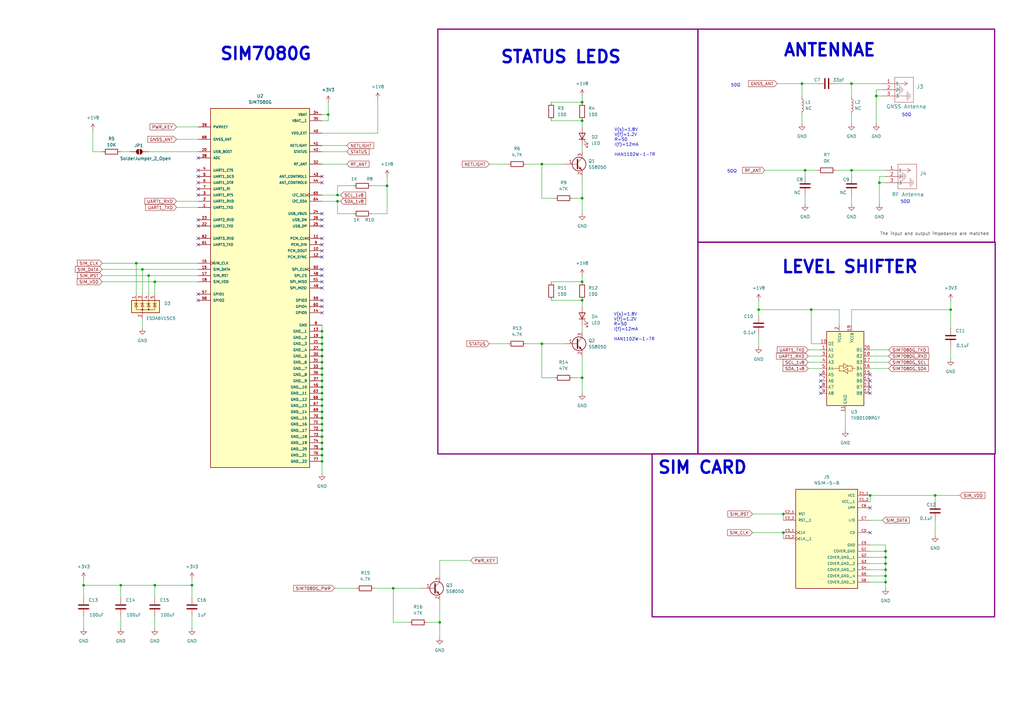
<source format=kicad_sch>
(kicad_sch (version 20231120) (generator "eeschema") (generator_version "8.0")
  (paper "A3")
  (title_block (title "IoT Gateway") (date "2024-10-15") (rev "v0.1.0") (company "Abstract Machines") (comment 1 "Designed By: Rodney Osodo") (comment 2 "Approved By:"))
  (lib_symbols
    (symbol "2024-10-22_09-22-32:CONUFL001-SMD-T" (pin_names (offset 0.254))
      (property "Reference" "J" (at 8.89 6.35 0))
      (property "Value" "CONUFL001-SMD-T" (at 0 0 0))
      (symbol "CONUFL001-SMD-T_1_1"
        (pin unspecified line (at 0 0 0) (length 5.08) (name "1") (number "1"))
        (pin unspecified line (at 0 -2.54 0) (length 5.08) (name "2") (number "2"))
        (pin unspecified line (at 0 -5.08 0) (length 5.08) (name "3") (number "3"))
      )
      (symbol "CONUFL001-SMD-T_1_2"
        (pin unspecified line (at 0 0 0) (length 5.08) (name "1") (number "1"))
        (pin unspecified line (at 0 -2.54 0) (length 5.08) (name "2") (number "2"))
        (pin unspecified line (at 0 -5.08 0) (length 5.08) (name "3") (number "3"))
      )
    )
    (symbol "Device:C" (pin_numbers hide) (pin_names (offset 0.254))
      (property "Reference" "C" (at 0.635 2.54 0))
      (property "Value" "C" (at 0.635 -2.54 0))
      (symbol "C_1_1"
        (pin passive line (at 0 3.81 270) (length 2.794) (name "~") (number "1"))
        (pin passive line (at 0 -3.81 90) (length 2.794) (name "~") (number "2"))
      )
    )
    (symbol "Device:L" (pin_numbers hide) (pin_names (offset 1.016) hide)
      (property "Reference" "L" (at -1.27 0 90))
      (property "Value" "L" (at 1.905 0 90))
      (symbol "L_1_1"
        (pin passive line (at 0 3.81 270) (length 1.27) (name "1") (number "1"))
        (pin passive line (at 0 -3.81 90) (length 1.27) (name "2") (number "2"))
      )
    )
    (symbol "Device:LED" (pin_numbers hide) (pin_names (offset 1.016) hide)
      (property "Reference" "D" (at 0 2.54 0))
      (property "Value" "LED" (at 0 -2.54 0))
      (symbol "LED_1_1"
        (pin passive line (at -3.81 0 0) (length 2.54) (name "K") (number "1"))
        (pin passive line (at 3.81 0 180) (length 2.54) (name "A") (number "2"))
      )
    )
    (symbol "Device:R" (pin_numbers hide) (pin_names (offset 0))
      (property "Reference" "R" (at 2.032 0 90))
      (property "Value" "R" (at 0 0 90))
      (symbol "R_1_1"
        (pin passive line (at 0 3.81 270) (length 1.27) (name "~") (number "1"))
        (pin passive line (at 0 -3.81 90) (length 1.27) (name "~") (number "2"))
      )
    )
    (symbol "Jumper:SolderJumper_2_Open" (pin_numbers hide) (pin_names (offset 0) hide) (exclude_from_sim yes) (in_bom no)
      (property "Reference" "JP" (at 0 2.032 0))
      (property "Value" "SolderJumper_2_Open" (at 0 -2.54 0))
      (symbol "SolderJumper_2_Open_1_1"
        (pin passive line (at -3.81 0 0) (length 2.54) (name "A") (number "1"))
        (pin passive line (at 3.81 0 180) (length 2.54) (name "B") (number "2"))
      )
    )
    (symbol "Logic_LevelTranslator:TXB0108RGY"
      (property "Reference" "U" (at -6.35 16.51 0))
      (property "Value" "TXB0108RGY" (at 3.81 16.51 0))
      (symbol "TXB0108RGY_1_1"
        (pin bidirectional line (at -10.16 7.62 0) (length 2.54) (name "A1") (number "1"))
        (pin input line (at -10.16 10.16 0) (length 2.54) (name "OE") (number "10"))
        (pin power_in line (at 0 -17.78 90) (length 2.54) (name "GND") (number "11"))
        (pin bidirectional line (at 10.16 -10.16 180) (length 2.54) (name "B8") (number "12"))
        (pin bidirectional line (at 10.16 -7.62 180) (length 2.54) (name "B7") (number "13"))
        (pin bidirectional line (at 10.16 -5.08 180) (length 2.54) (name "B6") (number "14"))
        (pin bidirectional line (at 10.16 -2.54 180) (length 2.54) (name "B5") (number "15"))
        (pin bidirectional line (at 10.16 0 180) (length 2.54) (name "B4") (number "16"))
        (pin bidirectional line (at 10.16 2.54 180) (length 2.54) (name "B3") (number "17"))
        (pin bidirectional line (at 10.16 5.08 180) (length 2.54) (name "B2") (number "18"))
        (pin power_in line (at 2.54 17.78 270) (length 2.54) (name "V_{CCB}") (number "19"))
        (pin power_in line (at -2.54 17.78 270) (length 2.54) (name "V_{CCA}") (number "2"))
        (pin bidirectional line (at 10.16 7.62 180) (length 2.54) (name "B1") (number "20"))
        (pin passive line (at 0 -17.78 90) (length 2.54) hide (name "GND") (number "21"))
        (pin bidirectional line (at -10.16 5.08 0) (length 2.54) (name "A2") (number "3"))
        (pin bidirectional line (at -10.16 2.54 0) (length 2.54) (name "A3") (number "4"))
        (pin bidirectional line (at -10.16 0 0) (length 2.54) (name "A4") (number "5"))
        (pin bidirectional line (at -10.16 -2.54 0) (length 2.54) (name "A5") (number "6"))
        (pin bidirectional line (at -10.16 -5.08 0) (length 2.54) (name "A6") (number "7"))
        (pin bidirectional line (at -10.16 -7.62 0) (length 2.54) (name "A7") (number "8"))
        (pin bidirectional line (at -10.16 -10.16 0) (length 2.54) (name "A8") (number "9"))
      )
    )
    (symbol "NSIM-5-B:NSIM-5-B" (pin_names (offset 1.016))
      (property "Reference" "J" (at -12.7 13.462 0))
      (property "Value" "NSIM-5-B" (at -12.7 -30.48 0))
      (symbol "NSIM-5-B_0_0"
        (pin power_in line (at 17.78 10.16 180) (length 5.08) (name "VCC") (number "C1_1"))
        (pin power_in line (at 17.78 7.62 180) (length 5.08) (name "VCC__1") (number "C1_2"))
        (pin input line (at -17.78 2.54 0) (length 5.08) (name "RST") (number "C2_1"))
        (pin input line (at -17.78 0 0) (length 5.08) (name "RST__1") (number "C2_2"))
        (pin input clock (at -17.78 -5.08 0) (length 5.08) (name "CLK") (number "C3_1"))
        (pin input clock (at -17.78 -7.62 0) (length 5.08) (name "CLK__1") (number "C3_2"))
        (pin power_in line (at 17.78 -10.16 180) (length 5.08) (name "GND") (number "C5"))
        (pin power_in line (at 17.78 5.08 180) (length 5.08) (name "VPP") (number "C6"))
        (pin bidirectional line (at 17.78 0 180) (length 5.08) (name "I/O") (number "C7"))
        (pin passive line (at 17.78 -5.08 180) (length 5.08) (name "CD") (number "CD"))
        (pin power_in line (at 17.78 -12.7 180) (length 5.08) (name "COVER_GND") (number "G1"))
        (pin power_in line (at 17.78 -15.24 180) (length 5.08) (name "COVER_GND__1") (number "G2"))
        (pin power_in line (at 17.78 -17.78 180) (length 5.08) (name "COVER_GND__2") (number "G3"))
        (pin power_in line (at 17.78 -20.32 180) (length 5.08) (name "COVER_GND__3") (number "G4"))
        (pin power_in line (at 17.78 -22.86 180) (length 5.08) (name "COVER_GND__4") (number "G5"))
        (pin power_in line (at 17.78 -25.4 180) (length 5.08) (name "COVER_GND__5") (number "G6"))
      )
    )
    (symbol "Power_Protection:ESDA6V1SC5" (pin_names hide)
      (property "Reference" "D" (at 7.62 2.54 0))
      (property "Value" "ESDA6V1SC5" (at 7.62 0.635 0))
      (symbol "ESDA6V1SC5_0_0"
        (pin passive line (at 0 -5.08 90) (length 2.54) (name "A") (number "2"))
      )
      (symbol "ESDA6V1SC5_1_1"
        (pin passive line (at -2.54 5.08 270) (length 2.54) (name "K") (number "1"))
        (pin passive line (at 0 5.08 270) (length 2.54) (name "K") (number "3"))
        (pin passive line (at 2.54 5.08 270) (length 2.54) (name "K") (number "4"))
        (pin passive line (at 5.08 5.08 270) (length 2.54) (name "K") (number "5"))
      )
    )
    (symbol "SIM7080G:SIM7080G" (pin_names (offset 1.016))
      (property "Reference" "U" (at -20.066 44.196 0))
      (property "Value" "SIM7080G" (at -20.066 -105.156 0))
      (symbol "SIM7080G_0_0"
        (pin output line (at -25.4 2.54 0) (length 5.08) (name "UART1_TXD") (number "1"))
        (pin output line (at 25.4 -15.24 180) (length 5.08) (name "PCM_DOUT") (number "10"))
        (pin output clock (at 25.4 -10.16 180) (length 5.08) (name "PCM_CLK") (number "11"))
        (pin output line (at 25.4 -17.78 180) (length 5.08) (name "PCM_SYNC") (number "12"))
        (pin power_in line (at 25.4 -48.26 180) (length 5.08) (name "GND__1") (number "13"))
        (pin bidirectional line (at 25.4 -40.64 180) (length 5.08) (name "GPIO5") (number "14"))
        (pin bidirectional line (at -25.4 -22.86 0) (length 5.08) (name "SIM_DATA") (number "15"))
        (pin output clock (at -25.4 -20.32 0) (length 5.08) (name "SIM_CLK") (number "16"))
        (pin output line (at -25.4 -25.4 0) (length 5.08) (name "SIM_RST") (number "17"))
        (pin output line (at -25.4 -27.94 0) (length 5.08) (name "SIM_VDD") (number "18"))
        (pin power_in line (at 25.4 -50.8 180) (length 5.08) (name "GND__2") (number "19"))
        (pin input line (at -25.4 5.08 0) (length 5.08) (name "UART1_RXD") (number "2"))
        (pin input line (at -25.4 25.4 0) (length 5.08) (name "USB_BOOT") (number "20"))
        (pin power_in line (at 25.4 -53.34 180) (length 5.08) (name "GND__3") (number "21"))
        (pin output line (at -25.4 -5.08 0) (length 5.08) (name "UART2_TXD") (number "22"))
        (pin input line (at -25.4 -2.54 0) (length 5.08) (name "UART2_RXD") (number "23"))
        (pin input line (at 25.4 0 180) (length 5.08) (name "USB_VBUS") (number "24"))
        (pin bidirectional line (at 25.4 -5.08 180) (length 5.08) (name "USB_DP") (number "25"))
        (pin bidirectional line (at 25.4 -2.54 180) (length 5.08) (name "USB_DM") (number "26"))
        (pin power_in line (at 25.4 -55.88 180) (length 5.08) (name "GND__4") (number "27"))
        (pin input line (at -25.4 7.62 0) (length 5.08) (name "UART1_RTS") (number "3"))
        (pin power_in line (at 25.4 -58.42 180) (length 5.08) (name "GND__5") (number "30"))
        (pin power_in line (at 25.4 -60.96 180) (length 5.08) (name "GND__6") (number "31"))
        (pin bidirectional line (at 25.4 20.32 180) (length 5.08) (name "RF_ANT") (number "32"))
        (pin power_in line (at 25.4 -63.5 180) (length 5.08) (name "GND__7") (number "33"))
        (pin power_in line (at 25.4 40.64 180) (length 5.08) (name "VBAT") (number "34"))
        (pin power_in line (at 25.4 38.1 180) (length 5.08) (name "VBAT__1") (number "35"))
        (pin power_in line (at 25.4 -66.04 180) (length 5.08) (name "GND__8") (number "36"))
        (pin power_in line (at 25.4 -68.58 180) (length 5.08) (name "GND__9") (number "37"))
        (pin input line (at -25.4 22.86 0) (length 5.08) (name "ADC") (number "38"))
        (pin input line (at -25.4 35.56 0) (length 5.08) (name "PWRKEY") (number "39"))
        (pin output line (at -25.4 17.78 0) (length 5.08) (name "UART1_CTS") (number "4"))
        (pin output line (at 25.4 33.02 180) (length 5.08) (name "VDD_EXT") (number "40"))
        (pin output line (at 25.4 27.94 180) (length 5.08) (name "NETLIGHT") (number "41"))
        (pin output line (at 25.4 25.4 180) (length 5.08) (name "STATUS") (number "42"))
        (pin bidirectional line (at 25.4 15.24 180) (length 5.08) (name "ANT_CONTROL1") (number "43"))
        (pin output line (at 25.4 12.7 180) (length 5.08) (name "ANT_CONTROL0") (number "44"))
        (pin power_in line (at 25.4 -71.12 180) (length 5.08) (name "GND__10") (number "45"))
        (pin output line (at 25.4 -25.4 180) (length 5.08) (name "SPI_CS") (number "48"))
        (pin output line (at 25.4 -30.48 180) (length 5.08) (name "SPI_MOSI") (number "49"))
        (pin output line (at -25.4 15.24 0) (length 5.08) (name "UART1_DCD") (number "5"))
        (pin output clock (at 25.4 -22.86 180) (length 5.08) (name "SPI_CLK") (number "50"))
        (pin input line (at 25.4 -27.94 180) (length 5.08) (name "SPI_MISO") (number "51"))
        (pin bidirectional line (at -25.4 -33.02 0) (length 5.08) (name "GPIO1") (number "57"))
        (pin bidirectional line (at -25.4 -35.56 0) (length 5.08) (name "GPIO2") (number "58"))
        (pin bidirectional line (at 25.4 -35.56 180) (length 5.08) (name "GPIO3") (number "59"))
        (pin input line (at -25.4 12.7 0) (length 5.08) (name "UART1_DTR") (number "6"))
        (pin bidirectional line (at 25.4 -38.1 180) (length 5.08) (name "GPIO4") (number "60"))
        (pin output line (at -25.4 -12.7 0) (length 5.08) (name "UART3_TXD") (number "61"))
        (pin input line (at -25.4 -10.16 0) (length 5.08) (name "UART3_RXD") (number "62"))
        (pin power_in line (at 25.4 -73.66 180) (length 5.08) (name "GND__11") (number "63"))
        (pin bidirectional line (at 25.4 5.08 180) (length 5.08) (name "I2C_SDA") (number "64"))
        (pin output clock (at 25.4 7.62 180) (length 5.08) (name "I2C_SCL") (number "65"))
        (pin power_in line (at 25.4 -76.2 180) (length 5.08) (name "GND__12") (number "66"))
        (pin power_in line (at 25.4 -78.74 180) (length 5.08) (name "GND__13") (number "67"))
        (pin input line (at -25.4 30.48 0) (length 5.08) (name "GNSS_ANT") (number "68"))
        (pin power_in line (at 25.4 -81.28 180) (length 5.08) (name "GND__14") (number "69"))
        (pin output line (at -25.4 10.16 0) (length 5.08) (name "UART1_RI") (number "7"))
        (pin power_in line (at 25.4 -83.82 180) (length 5.08) (name "GND__15") (number "70"))
        (pin power_in line (at 25.4 -86.36 180) (length 5.08) (name "GND__16") (number "71"))
        (pin power_in line (at 25.4 -88.9 180) (length 5.08) (name "GND__17") (number "72"))
        (pin power_in line (at 25.4 -91.44 180) (length 5.08) (name "GND__18") (number "73"))
        (pin power_in line (at 25.4 -93.98 180) (length 5.08) (name "GND__19") (number "74"))
        (pin power_in line (at 25.4 -96.52 180) (length 5.08) (name "GND__20") (number "75"))
        (pin power_in line (at 25.4 -99.06 180) (length 5.08) (name "GND__21") (number "76"))
        (pin power_in line (at 25.4 -101.6 180) (length 5.08) (name "GND__22") (number "77"))
        (pin power_in line (at 25.4 -45.72 180) (length 5.08) (name "GND") (number "8"))
        (pin input line (at 25.4 -12.7 180) (length 5.08) (name "PCM_DIN") (number "9"))
      )
    )
    (symbol "Transistor_BJT:SS8050" (pin_names (offset 0) hide)
      (property "Reference" "Q" (at 5.08 1.905 0))
      (property "Value" "SS8050" (at 5.08 0 0))
      (symbol "SS8050_1_1"
        (pin input line (at -5.08 0 0) (length 5.715) (name "B") (number "1"))
        (pin passive line (at 2.54 -5.08 90) (length 2.54) (name "E") (number "2"))
        (pin passive line (at 2.54 5.08 270) (length 2.54) (name "C") (number "3"))
      )
    )
    (symbol "power:+1V8" (power) (pin_numbers hide) (pin_names (offset 0) hide)
      (property "Value" "+1V8" (at 0 3.556 0))
      (symbol "+1V8_1_1"
        (pin power_in line (at 0 0 90) (length 0) (name "~") (number "1"))
      )
    )
    (symbol "power:+3V3" (power) (pin_numbers hide) (pin_names (offset 0) hide)
      (property "Value" "+3V3" (at 0 3.556 0))
      (symbol "+3V3_1_1"
        (pin power_in line (at 0 0 90) (length 0) (name "~") (number "1"))
      )
    )
    (symbol "power:GND" (power) (pin_numbers hide) (pin_names (offset 0) hide)
      (property "Value" "GND" (at 0 -3.81 0))
      (symbol "GND_1_1"
        (pin power_in line (at 0 0 270) (length 0) (name "~") (number "1"))
      )
    )
  )
  (junction (at 359.41 39.37))
  (junction (at 60.96 113.03))
  (junction (at 132.08 140.97))
  (junction (at 158.75 76.2))
  (junction (at 363.22 231.14))
  (junction (at 389.89 127))
  (junction (at 132.08 186.69))
  (junction (at 132.08 151.13))
  (junction (at 222.25 140.97))
  (junction (at 238.76 115.57))
  (junction (at 78.74 240.03))
  (junction (at 132.08 189.23))
  (junction (at 180.34 255.27))
  (junction (at 63.5 115.57))
  (junction (at 132.08 168.91))
  (junction (at 138.43 80.01))
  (junction (at 360.68 74.93))
  (junction (at 49.53 240.03))
  (junction (at 132.08 173.99))
  (junction (at 132.08 158.75))
  (junction (at 363.22 233.68))
  (junction (at 349.25 34.29))
  (junction (at 330.2 69.85))
  (junction (at 363.22 238.76))
  (junction (at 134.62 46.99))
  (junction (at 132.08 148.59))
  (junction (at 383.54 203.2))
  (junction (at 132.08 156.21))
  (junction (at 363.22 236.22))
  (junction (at 63.5 240.03))
  (junction (at 132.08 181.61))
  (junction (at 132.08 171.45))
  (junction (at 132.08 163.83))
  (junction (at 238.76 49.53))
  (junction (at 363.22 226.06))
  (junction (at 238.76 81.28))
  (junction (at 222.25 67.31))
  (junction (at 363.22 228.6))
  (junction (at 332.74 127))
  (junction (at 321.31 210.82))
  (junction (at 328.93 34.29))
  (junction (at 132.08 184.15))
  (junction (at 321.31 218.44))
  (junction (at 238.76 41.91))
  (junction (at 138.43 82.55))
  (junction (at 132.08 166.37))
  (junction (at 132.08 143.51))
  (junction (at 238.76 123.19))
  (junction (at 132.08 146.05))
  (junction (at 356.87 203.2))
  (junction (at 349.25 69.85))
  (junction (at 132.08 176.53))
  (junction (at 161.29 241.3))
  (junction (at 132.08 153.67))
  (junction (at 55.88 107.95))
  (junction (at 132.08 161.29))
  (junction (at 238.76 154.94))
  (junction (at 132.08 179.07))
  (junction (at 132.08 138.43))
  (junction (at 132.08 135.89))
  (junction (at 58.42 110.49))
  (junction (at 311.15 127))
  (junction (at 34.29 240.03))
  (no_connect (at 336.55 158.75))
  (no_connect (at 356.87 156.21))
  (no_connect (at 81.28 92.71))
  (no_connect (at 81.28 80.01))
  (no_connect (at 132.08 125.73))
  (no_connect (at 132.08 118.11))
  (no_connect (at 356.87 208.28))
  (no_connect (at 132.08 115.57))
  (no_connect (at 336.55 153.67))
  (no_connect (at 356.87 161.29))
  (no_connect (at 81.28 77.47))
  (no_connect (at 132.08 105.41))
  (no_connect (at 132.08 97.79))
  (no_connect (at 81.28 69.85))
  (no_connect (at 81.28 97.79))
  (no_connect (at 356.87 218.44))
  (no_connect (at 132.08 90.17))
  (no_connect (at 81.28 123.19))
  (no_connect (at 81.28 74.93))
  (no_connect (at 132.08 113.03))
  (no_connect (at 81.28 64.77))
  (no_connect (at 81.28 72.39))
  (no_connect (at 132.08 87.63))
  (no_connect (at 356.87 153.67))
  (no_connect (at 132.08 100.33))
  (no_connect (at 132.08 128.27))
  (no_connect (at 132.08 102.87))
  (no_connect (at 356.87 158.75))
  (no_connect (at 132.08 72.39))
  (no_connect (at 336.55 161.29))
  (no_connect (at 132.08 123.19))
  (no_connect (at 81.28 90.17))
  (no_connect (at 81.28 120.65))
  (no_connect (at 336.55 156.21))
  (no_connect (at 132.08 110.49))
  (no_connect (at 132.08 74.93))
  (no_connect (at 132.08 92.71))
  (no_connect (at 81.28 100.33))
  (wire (pts (xy 363.22 231.14) (xy 363.22 233.68)))
  (wire (pts (xy 238.76 161.29) (xy 238.76 154.94)))
  (wire (pts (xy 331.47 151.13) (xy 336.55 151.13)))
  (wire (pts (xy 58.42 110.49) (xy 58.42 120.65)))
  (wire (pts (xy 132.08 163.83) (xy 132.08 166.37)))
  (wire (pts (xy 356.87 231.14) (xy 363.22 231.14)))
  (wire (pts (xy 389.89 127) (xy 389.89 134.62)))
  (wire (pts (xy 200.66 140.97) (xy 208.28 140.97)))
  (wire (pts (xy 332.74 127) (xy 344.17 127)))
  (wire (pts (xy 60.96 113.03) (xy 60.96 120.65)))
  (wire (pts (xy 63.5 115.57) (xy 81.28 115.57)))
  (wire (pts (xy 49.53 240.03) (xy 34.29 240.03)))
  (wire (pts (xy 63.5 240.03) (xy 63.5 245.11)))
  (wire (pts (xy 364.49 146.05) (xy 356.87 146.05)))
  (wire (pts (xy 142.24 67.31) (xy 132.08 67.31)))
  (wire (pts (xy 332.74 140.97) (xy 332.74 127)))
  (wire (pts (xy 138.43 80.01) (xy 132.08 80.01)))
  (wire (pts (xy 349.25 34.29) (xy 349.25 39.37)))
  (wire (pts (xy 72.39 85.09) (xy 81.28 85.09)))
  (wire (pts (xy 222.25 81.28) (xy 222.25 67.31)))
  (wire (pts (xy 132.08 166.37) (xy 132.08 168.91)))
  (wire (pts (xy 336.55 140.97) (xy 332.74 140.97)))
  (wire (pts (xy 153.67 241.3) (xy 161.29 241.3)))
  (wire (pts (xy 359.41 39.37) (xy 359.41 50.8)))
  (wire (pts (xy 132.08 179.07) (xy 132.08 181.61)))
  (wire (pts (xy 238.76 133.35) (xy 238.76 135.89)))
  (wire (pts (xy 63.5 257.81) (xy 63.5 252.73)))
  (wire (pts (xy 344.17 127) (xy 344.17 133.35)))
  (wire (pts (xy 167.64 255.27) (xy 161.29 255.27)))
  (wire (pts (xy 308.61 218.44) (xy 321.31 218.44)))
  (wire (pts (xy 132.08 189.23) (xy 132.08 194.31)))
  (wire (pts (xy 142.24 59.69) (xy 132.08 59.69)))
  (wire (pts (xy 349.25 127) (xy 389.89 127)))
  (wire (pts (xy 222.25 154.94) (xy 222.25 140.97)))
  (wire (pts (xy 158.75 87.63) (xy 158.75 76.2)))
  (wire (pts (xy 132.08 146.05) (xy 132.08 148.59)))
  (wire (pts (xy 330.2 80.01) (xy 330.2 83.82)))
  (wire (pts (xy 331.47 148.59) (xy 336.55 148.59)))
  (wire (pts (xy 356.87 223.52) (xy 363.22 223.52)))
  (wire (pts (xy 356.87 233.68) (xy 363.22 233.68)))
  (wire (pts (xy 331.47 143.51) (xy 336.55 143.51)))
  (wire (pts (xy 349.25 80.01) (xy 349.25 83.82)))
  (wire (pts (xy 55.88 107.95) (xy 55.88 120.65)))
  (wire (pts (xy 349.25 34.29) (xy 361.95 34.29)))
  (wire (pts (xy 346.71 168.91) (xy 346.71 176.53)))
  (wire (pts (xy 356.87 236.22) (xy 363.22 236.22)))
  (wire (pts (xy 152.4 87.63) (xy 158.75 87.63)))
  (wire (pts (xy 311.15 127) (xy 311.15 129.54)))
  (wire (pts (xy 137.16 241.3) (xy 146.05 241.3)))
  (wire (pts (xy 364.49 143.51) (xy 356.87 143.51)))
  (wire (pts (xy 363.22 72.39) (xy 360.68 72.39)))
  (wire (pts (xy 138.43 87.63) (xy 138.43 82.55)))
  (wire (pts (xy 356.87 238.76) (xy 363.22 238.76)))
  (wire (pts (xy 38.1 62.23) (xy 41.91 62.23)))
  (wire (pts (xy 58.42 130.81) (xy 58.42 134.62)))
  (wire (pts (xy 60.96 62.23) (xy 81.28 62.23)))
  (wire (pts (xy 132.08 176.53) (xy 132.08 179.07)))
  (wire (pts (xy 139.7 82.55) (xy 138.43 82.55)))
  (wire (pts (xy 349.25 69.85) (xy 363.22 69.85)))
  (wire (pts (xy 226.06 115.57) (xy 238.76 115.57)))
  (wire (pts (xy 349.25 46.99) (xy 349.25 50.8)))
  (wire (pts (xy 132.08 186.69) (xy 132.08 189.23)))
  (wire (pts (xy 49.53 240.03) (xy 49.53 245.11)))
  (wire (pts (xy 356.87 226.06) (xy 363.22 226.06)))
  (wire (pts (xy 361.95 213.36) (xy 356.87 213.36)))
  (wire (pts (xy 161.29 255.27) (xy 161.29 241.3)))
  (wire (pts (xy 226.06 41.91) (xy 238.76 41.91)))
  (wire (pts (xy 330.2 69.85) (xy 335.28 69.85)))
  (wire (pts (xy 227.33 81.28) (xy 222.25 81.28)))
  (wire (pts (xy 215.9 140.97) (xy 222.25 140.97)))
  (wire (pts (xy 132.08 140.97) (xy 132.08 143.51)))
  (wire (pts (xy 134.62 41.91) (xy 134.62 46.99)))
  (wire (pts (xy 226.06 49.53) (xy 238.76 49.53)))
  (wire (pts (xy 60.96 113.03) (xy 81.28 113.03)))
  (wire (pts (xy 359.41 39.37) (xy 361.95 39.37)))
  (wire (pts (xy 363.22 223.52) (xy 363.22 226.06)))
  (wire (pts (xy 78.74 237.49) (xy 78.74 240.03)))
  (wire (pts (xy 132.08 138.43) (xy 132.08 140.97)))
  (wire (pts (xy 132.08 158.75) (xy 132.08 161.29)))
  (wire (pts (xy 53.34 62.23) (xy 49.53 62.23)))
  (wire (pts (xy 342.9 34.29) (xy 349.25 34.29)))
  (wire (pts (xy 234.95 154.94) (xy 238.76 154.94)))
  (wire (pts (xy 142.24 62.23) (xy 132.08 62.23)))
  (wire (pts (xy 331.47 146.05) (xy 336.55 146.05)))
  (wire (pts (xy 132.08 153.67) (xy 132.08 156.21)))
  (wire (pts (xy 49.53 257.81) (xy 49.53 252.73)))
  (wire (pts (xy 363.22 228.6) (xy 363.22 231.14)))
  (wire (pts (xy 227.33 154.94) (xy 222.25 154.94)))
  (wire (pts (xy 152.4 76.2) (xy 158.75 76.2)))
  (wire (pts (xy 34.29 240.03) (xy 34.29 245.11)))
  (wire (pts (xy 132.08 171.45) (xy 132.08 173.99)))
  (wire (pts (xy 215.9 67.31) (xy 222.25 67.31)))
  (wire (pts (xy 34.29 237.49) (xy 34.29 240.03)))
  (wire (pts (xy 132.08 181.61) (xy 132.08 184.15)))
  (wire (pts (xy 363.22 238.76) (xy 363.22 241.3)))
  (wire (pts (xy 132.08 151.13) (xy 132.08 153.67)))
  (wire (pts (xy 383.54 203.2) (xy 393.7 203.2)))
  (wire (pts (xy 132.08 161.29) (xy 132.08 163.83)))
  (wire (pts (xy 364.49 151.13) (xy 356.87 151.13)))
  (wire (pts (xy 328.93 34.29) (xy 335.28 34.29)))
  (wire (pts (xy 132.08 133.35) (xy 132.08 135.89)))
  (wire (pts (xy 311.15 127) (xy 332.74 127)))
  (wire (pts (xy 72.39 82.55) (xy 81.28 82.55)))
  (wire (pts (xy 238.76 154.94) (xy 238.76 146.05)))
  (wire (pts (xy 222.25 140.97) (xy 231.14 140.97)))
  (wire (pts (xy 78.74 240.03) (xy 63.5 240.03)))
  (wire (pts (xy 238.76 113.03) (xy 238.76 115.57)))
  (wire (pts (xy 321.31 218.44) (xy 321.31 220.98)))
  (wire (pts (xy 139.7 80.01) (xy 138.43 80.01)))
  (wire (pts (xy 361.95 36.83) (xy 359.41 36.83)))
  (wire (pts (xy 328.93 46.99) (xy 328.93 50.8)))
  (wire (pts (xy 200.66 67.31) (xy 208.28 67.31)))
  (wire (pts (xy 238.76 49.53) (xy 238.76 52.07)))
  (wire (pts (xy 158.75 76.2) (xy 158.75 72.39)))
  (wire (pts (xy 383.54 213.36) (xy 383.54 219.71)))
  (wire (pts (xy 308.61 210.82) (xy 321.31 210.82)))
  (wire (pts (xy 389.89 123.19) (xy 389.89 127)))
  (wire (pts (xy 360.68 74.93) (xy 360.68 83.82)))
  (wire (pts (xy 318.77 34.29) (xy 328.93 34.29)))
  (wire (pts (xy 132.08 49.53) (xy 134.62 49.53)))
  (wire (pts (xy 226.06 123.19) (xy 238.76 123.19)))
  (wire (pts (xy 238.76 87.63) (xy 238.76 81.28)))
  (wire (pts (xy 342.9 69.85) (xy 349.25 69.85)))
  (wire (pts (xy 63.5 240.03) (xy 49.53 240.03)))
  (wire (pts (xy 363.22 236.22) (xy 363.22 238.76)))
  (wire (pts (xy 363.22 233.68) (xy 363.22 236.22)))
  (wire (pts (xy 330.2 69.85) (xy 330.2 72.39)))
  (wire (pts (xy 356.87 228.6) (xy 363.22 228.6)))
  (wire (pts (xy 363.22 226.06) (xy 363.22 228.6)))
  (wire (pts (xy 180.34 261.62) (xy 180.34 255.27)))
  (wire (pts (xy 63.5 115.57) (xy 63.5 120.65)))
  (wire (pts (xy 132.08 156.21) (xy 132.08 158.75)))
  (wire (pts (xy 161.29 241.3) (xy 172.72 241.3)))
  (wire (pts (xy 154.94 54.61) (xy 154.94 40.64)))
  (wire (pts (xy 349.25 133.35) (xy 349.25 127)))
  (wire (pts (xy 78.74 257.81) (xy 78.74 252.73)))
  (wire (pts (xy 132.08 173.99) (xy 132.08 176.53)))
  (wire (pts (xy 356.87 203.2) (xy 383.54 203.2)))
  (wire (pts (xy 360.68 74.93) (xy 363.22 74.93)))
  (wire (pts (xy 238.76 39.37) (xy 238.76 41.91)))
  (wire (pts (xy 238.76 59.69) (xy 238.76 62.23)))
  (wire (pts (xy 132.08 54.61) (xy 154.94 54.61)))
  (wire (pts (xy 38.1 53.34) (xy 38.1 62.23)))
  (wire (pts (xy 132.08 46.99) (xy 134.62 46.99)))
  (wire (pts (xy 383.54 203.2) (xy 383.54 205.74)))
  (wire (pts (xy 234.95 81.28) (xy 238.76 81.28)))
  (wire (pts (xy 313.69 69.85) (xy 330.2 69.85)))
  (wire (pts (xy 72.39 52.07) (xy 81.28 52.07)))
  (wire (pts (xy 34.29 252.73) (xy 34.29 257.81)))
  (wire (pts (xy 360.68 72.39) (xy 360.68 74.93)))
  (wire (pts (xy 41.91 110.49) (xy 58.42 110.49)))
  (wire (pts (xy 321.31 210.82) (xy 321.31 213.36)))
  (wire (pts (xy 311.15 137.16) (xy 311.15 142.24)))
  (wire (pts (xy 311.15 123.19) (xy 311.15 127)))
  (wire (pts (xy 41.91 107.95) (xy 55.88 107.95)))
  (wire (pts (xy 132.08 143.51) (xy 132.08 146.05)))
  (wire (pts (xy 78.74 245.11) (xy 78.74 240.03)))
  (wire (pts (xy 349.25 69.85) (xy 349.25 72.39)))
  (wire (pts (xy 144.78 76.2) (xy 138.43 76.2)))
  (wire (pts (xy 180.34 229.87) (xy 193.04 229.87)))
  (wire (pts (xy 364.49 148.59) (xy 356.87 148.59)))
  (wire (pts (xy 41.91 113.03) (xy 60.96 113.03)))
  (wire (pts (xy 138.43 82.55) (xy 132.08 82.55)))
  (wire (pts (xy 72.39 57.15) (xy 81.28 57.15)))
  (wire (pts (xy 180.34 255.27) (xy 180.34 246.38)))
  (wire (pts (xy 138.43 76.2) (xy 138.43 80.01)))
  (wire (pts (xy 132.08 184.15) (xy 132.08 186.69)))
  (wire (pts (xy 356.87 203.2) (xy 356.87 205.74)))
  (wire (pts (xy 132.08 148.59) (xy 132.08 151.13)))
  (wire (pts (xy 55.88 107.95) (xy 81.28 107.95)))
  (wire (pts (xy 222.25 67.31) (xy 231.14 67.31)))
  (wire (pts (xy 328.93 34.29) (xy 328.93 39.37)))
  (wire (pts (xy 389.89 142.24) (xy 389.89 147.32)))
  (wire (pts (xy 41.91 115.57) (xy 63.5 115.57)))
  (wire (pts (xy 58.42 110.49) (xy 81.28 110.49)))
  (wire (pts (xy 132.08 135.89) (xy 132.08 138.43)))
  (wire (pts (xy 238.76 123.19) (xy 238.76 125.73)))
  (wire (pts (xy 238.76 81.28) (xy 238.76 72.39)))
  (wire (pts (xy 144.78 87.63) (xy 138.43 87.63)))
  (wire (pts (xy 180.34 236.22) (xy 180.34 229.87)))
  (wire (pts (xy 134.62 49.53) (xy 134.62 46.99)))
  (wire (pts (xy 132.08 168.91) (xy 132.08 171.45)))
  (wire (pts (xy 359.41 36.83) (xy 359.41 39.37)))
  (wire (pts (xy 175.26 255.27) (xy 180.34 255.27)))
  (rectangle (start 286.258 11.938) (end 407.924 99.314) (stroke (width 0.5) (color 132 0 132 1)))
  (rectangle (start 286.258 99.314) (end 408.178 186.182) (stroke (width 0.5) (color 132 0 132 1)))
  (rectangle (start 179.578 11.938) (end 286.258 186.182) (stroke (width 0.5) (color 132 0 132 1)))
  (rectangle (start 267.462 186.182) (end 407.924 252.984) (stroke (width 0.5) (color 132 0 132 1)))
  (text "V(s)=1.8V\nV(f)=1.2V\nR=50\nI(f)=12mA\n\nHAN1102W-1-TR" (at 251.714 134.112 0) (effects (font (size 1.27 1.27)) (justify left)))
  (text "50Ω" (at 298.196 70.358 0) (effects (font (size 1.27 1.27)) (justify left)))
  (text "LEVEL SHIFTER\n" (at 320.294 112.522 0) (effects (font (size 5 5) (thickness 1) (bold yes)) (justify left bottom)))
  (text "ANTENNAE\n" (at 321.056 23.622 0) (effects (font (size 5 5) (thickness 1) (bold yes)) (justify left bottom)))
  (text "SIM7080G" (at 89.916 25.146 0) (effects (font (size 5 5) (thickness 1) (bold yes)) (justify left bottom)))
  (text "SIM CARD\n" (at 269.494 194.818 0) (effects (font (size 5 5) (thickness 1) (bold yes)) (justify left bottom)))
  (text "V(s)=1.8V\nV(f)=1.2V\nR=50\nI(f)=12mA\n\nHAN1102W-1-TR" (at 251.968 58.42 0) (effects (font (size 1.27 1.27)) (justify left)))
  (text "The input and output impedance are matched\n" (at 360.934 96.012 0) (effects (font (size 1.27 1.27)) (justify left)))
  (text "50Ω" (at 299.72 35.052 0) (effects (font (size 1.27 1.27)) (justify left)))
  (text "STATUS LEDS\n" (at 204.978 26.416 0) (effects (font (size 5 5) (thickness 1) (bold yes)) (justify left bottom)))
  (text "50Ω" (at 369.824 47.244 0) (effects (font (size 1.27 1.27)) (justify left)))
  (text "50Ω" (at 369.316 82.804 0) (effects (font (size 1.27 1.27)) (justify left)))
  (global_label "SDA_1v8" (shape input) (at 139.7 82.55 0) (property "Intersheetrefs" "${INTERSHEET_REFS}" (effects (hide yes))))
  (global_label "STATUS" (shape input) (at 142.24 62.23 0) (property "Intersheetrefs" "${INTERSHEET_REFS}" (effects (hide yes))))
  (global_label "NETLIGHT" (shape input) (at 142.24 59.69 0) (property "Intersheetrefs" "${INTERSHEET_REFS}" (effects (hide yes))))
  (global_label "SIM_RST" (shape input) (at 41.91 113.03 180) (property "Intersheetrefs" "${INTERSHEET_REFS}" (effects (hide yes))))
  (global_label "SIM_DATA" (shape input) (at 361.95 213.36 0) (property "Intersheetrefs" "${INTERSHEET_REFS}" (effects (hide yes))))
  (global_label "SIM7080G_TXD" (shape input) (at 364.49 143.51 0) (property "Intersheetrefs" "${INTERSHEET_REFS}" (effects (hide yes))))
  (global_label "SIM_VDD" (shape input) (at 41.91 115.57 180) (property "Intersheetrefs" "${INTERSHEET_REFS}" (effects (hide yes))))
  (global_label "SIM7080G_PWR" (shape input) (at 137.16 241.3 180) (property "Intersheetrefs" "${INTERSHEET_REFS}" (effects (hide yes))))
  (global_label "SIM_DATA" (shape input) (at 41.91 110.49 180) (property "Intersheetrefs" "${INTERSHEET_REFS}" (effects (hide yes))))
  (global_label "SIM7080G_RXD" (shape input) (at 364.49 146.05 0) (property "Intersheetrefs" "${INTERSHEET_REFS}" (effects (hide yes))))
  (global_label "GNSS_ANT" (shape input) (at 72.39 57.15 180) (property "Intersheetrefs" "${INTERSHEET_REFS}" (effects (hide yes))))
  (global_label "RF_ANT" (shape input) (at 313.69 69.85 180) (property "Intersheetrefs" "${INTERSHEET_REFS}" (effects (hide yes))))
  (global_label "UART1_RXD" (shape input) (at 331.47 146.05 180) (property "Intersheetrefs" "${INTERSHEET_REFS}" (effects (hide yes))))
  (global_label "NETLIGHT" (shape input) (at 200.66 67.31 180) (property "Intersheetrefs" "${INTERSHEET_REFS}" (effects (hide yes))))
  (global_label "STATUS" (shape input) (at 200.66 140.97 180) (property "Intersheetrefs" "${INTERSHEET_REFS}" (effects (hide yes))))
  (global_label "SIM_CLK" (shape input) (at 308.61 218.44 180) (property "Intersheetrefs" "${INTERSHEET_REFS}" (effects (hide yes))))
  (global_label "PWR_KEY" (shape input) (at 72.39 52.07 180) (property "Intersheetrefs" "${INTERSHEET_REFS}" (effects (hide yes))))
  (global_label "SIM_CLK" (shape input) (at 41.91 107.95 180) (property "Intersheetrefs" "${INTERSHEET_REFS}" (effects (hide yes))))
  (global_label "SIM7080G_SDA" (shape input) (at 364.49 151.13 0) (property "Intersheetrefs" "${INTERSHEET_REFS}" (effects (hide yes))))
  (global_label "SDA_1v8" (shape input) (at 331.47 151.13 180) (property "Intersheetrefs" "${INTERSHEET_REFS}" (effects (hide yes))))
  (global_label "SCL_1v8" (shape input) (at 331.47 148.59 180) (property "Intersheetrefs" "${INTERSHEET_REFS}" (effects (hide yes))))
  (global_label "SIM7080G_SCL" (shape input) (at 364.49 148.59 0) (property "Intersheetrefs" "${INTERSHEET_REFS}" (effects (hide yes))))
  (global_label "SIM_RST" (shape input) (at 308.61 210.82 180) (property "Intersheetrefs" "${INTERSHEET_REFS}" (effects (hide yes))))
  (global_label "SIM_VDD" (shape input) (at 393.7 203.2 0) (property "Intersheetrefs" "${INTERSHEET_REFS}" (effects (hide yes))))
  (global_label "UART1_RXD" (shape input) (at 72.39 82.55 180) (property "Intersheetrefs" "${INTERSHEET_REFS}" (effects (hide yes))))
  (global_label "UART1_TXD" (shape input) (at 331.47 143.51 180) (property "Intersheetrefs" "${INTERSHEET_REFS}" (effects (hide yes))))
  (global_label "GNSS_ANT" (shape input) (at 318.77 34.29 180) (property "Intersheetrefs" "${INTERSHEET_REFS}" (effects (hide yes))))
  (global_label "SCL_1v8" (shape input) (at 139.7 80.01 0) (property "Intersheetrefs" "${INTERSHEET_REFS}" (effects (hide yes))))
  (global_label "UART1_TXD" (shape input) (at 72.39 85.09 180) (property "Intersheetrefs" "${INTERSHEET_REFS}" (effects (hide yes))))
  (global_label "PWR_KEY" (shape input) (at 193.04 229.87 0) (property "Intersheetrefs" "${INTERSHEET_REFS}" (effects (hide yes))))
  (global_label "RF_ANT" (shape input) (at 142.24 67.31 0) (property "Intersheetrefs" "${INTERSHEET_REFS}" (effects (hide yes))))
  (symbol (lib_id "Device:L") (at 328.93 43.18 0) (unit 1) (in_bom no) (on_board no)
    (property "Reference" "L1" (at 330.2 41.9099 0) (effects (justify left)))
    (property "Value" "NC" (at 330.2 44.4499 0) (effects (justify left)))
    (property "Description" "Inductor" (effects (hide yes)))
  )
  (symbol (lib_id "power:GND") (at 34.29 257.81 0) (unit 1)
    (property "Reference" "#PWR038" (effects (hide yes)))
    (property "Value" "GND" (at 34.29 262.89 0))
    (property "Description" "Power symbol creates a global label with name \"GND\" , ground" (effects (hide yes)))
  )
  (symbol (lib_id "NSIM-5-B:NSIM-5-B") (at 339.09 213.36 0) (unit 1)
    (property "Reference" "J5" (at 339.09 195.58 0))
    (property "Value" "NSIM-5-B" (at 339.09 198.12 0))
    (property "Footprint" "NSIM_5_B:CUI_NSIM-5-B" (effects (hide yes)))
    (property "PARTREV" "1.0" (effects (hide yes)))
    (property "STANDARD" "Manufacturer Recommendations" (effects (hide yes)))
    (property "MAXIMUM_PACKAGE_HEIGHT" "1.5mm" (effects (hide yes)))
    (property "MANUFACTURER" "CUI Devices" (effects (hide yes)))
  )
  (symbol (lib_id "power:GND") (at 180.34 261.62 0) (unit 1)
    (property "Reference" "#PWR042" (effects (hide yes)))
    (property "Value" "GND" (at 180.34 266.7 0))
    (property "Description" "Power symbol creates a global label with name \"GND\" , ground" (effects (hide yes)))
  )
  (symbol (lib_id "power:GND") (at 238.76 87.63 0) (unit 1)
    (property "Reference" "#PWR025" (effects (hide yes)))
    (property "Value" "GND" (at 238.76 92.71 0))
    (property "Description" "Power symbol creates a global label with name \"GND\" , ground" (effects (hide yes)))
  )
  (symbol (lib_id "power:+3V3") (at 134.62 41.91 0) (unit 1)
    (property "Reference" "#PWR044" (effects (hide yes)))
    (property "Value" "+3V3" (at 134.62 36.83 0))
    (property "Description" "Power symbol creates a global label with name \"+3V3\"" (effects (hide yes)))
  )
  (symbol (lib_id "Device:L") (at 349.25 43.18 0) (unit 1) (in_bom no) (on_board no)
    (property "Reference" "L2" (at 350.52 41.9099 0) (effects (justify left)))
    (property "Value" "NC" (at 350.52 44.4499 0) (effects (justify left)))
    (property "Description" "Inductor" (effects (hide yes)))
  )
  (symbol (lib_id "power:GND") (at 349.25 50.8 0) (unit 1)
    (property "Reference" "#PWR018" (effects (hide yes)))
    (property "Value" "GND" (at 349.25 55.88 0))
    (property "Description" "Power symbol creates a global label with name \"GND\" , ground" (effects (hide yes)))
  )
  (symbol (lib_id "power:GND") (at 346.71 176.53 0) (unit 1)
    (property "Reference" "#PWR033" (effects (hide yes)))
    (property "Value" "GND" (at 346.71 181.61 0))
    (property "Description" "Power symbol creates a global label with name \"GND\" , ground" (effects (hide yes)))
  )
  (symbol (lib_id "Device:LED") (at 238.76 55.88 90) (unit 1)
    (property "Reference" "D2" (at 242.57 56.1974 90) (effects (justify right)))
    (property "Value" "LED" (at 242.57 58.7374 90) (effects (justify right)))
    (property "Footprint" "LED_SMD:LED_1206_3216Metric" (effects (hide yes)))
    (property "Description" "Light emitting diode" (effects (hide yes)))
  )
  (symbol (lib_id "Transistor_BJT:SS8050") (at 236.22 67.31 0) (unit 1)
    (property "Reference" "Q1" (at 241.3 66.0399 0) (effects (justify left)))
    (property "Value" "SS8050" (at 241.3 68.5799 0) (effects (justify left)))
    (property "Footprint" "Package_TO_SOT_SMD:SOT-23" (effects (hide yes)))
    (property "Datasheet" "http://www.secosgmbh.com/datasheet/products/SSMPTransistor/SOT-23/SS8050.pdf" (effects (hide yes)))
    (property "Description" "General Purpose NPN Transistor, 1.5A Ic, 25V Vce, SOT-23" (effects (hide yes)))
  )
  (symbol (lib_id "power:GND") (at 49.53 257.81 0) (unit 1)
    (property "Reference" "#PWR039" (effects (hide yes)))
    (property "Value" "GND" (at 49.53 262.89 0))
    (property "Description" "Power symbol creates a global label with name \"GND\" , ground" (effects (hide yes)))
  )
  (symbol (lib_id "Device:R") (at 238.76 45.72 0) (unit 1)
    (property "Reference" "R4" (at 241.3 44.4499 0) (effects (justify left)))
    (property "Value" "100" (at 241.3 46.9899 0) (effects (justify left)))
    (property "Footprint" "Resistor_SMD:R_0603_1608Metric" (effects (hide yes)))
    (property "Description" "Resistor" (effects (hide yes)))
  )
  (symbol (lib_id "power:+1V8") (at 311.15 123.19 0) (unit 1)
    (property "Reference" "#PWR027" (effects (hide yes)))
    (property "Value" "+1V8" (at 311.15 118.11 0))
    (property "Description" "Power symbol creates a global label with name \"+1V8\"" (effects (hide yes)))
  )
  (symbol (lib_id "power:GND") (at 389.89 147.32 0) (unit 1)
    (property "Reference" "#PWR031" (effects (hide yes)))
    (property "Value" "GND" (at 389.89 152.4 0))
    (property "Description" "Power symbol creates a global label with name \"GND\" , ground" (effects (hide yes)))
  )
  (symbol (lib_id "power:+3V3") (at 78.74 237.49 0) (unit 1)
    (property "Reference" "#PWR043" (effects (hide yes)))
    (property "Value" "+3V3" (at 78.74 232.41 0))
    (property "Description" "Power symbol creates a global label with name \"+3V3\"" (effects (hide yes)))
  )
  (symbol (lib_id "power:GND") (at 363.22 241.3 0) (unit 1)
    (property "Reference" "#PWR037" (effects (hide yes)))
    (property "Value" "GND" (at 363.22 246.38 0))
    (property "Description" "Power symbol creates a global label with name \"GND\" , ground" (effects (hide yes)))
  )
  (symbol (lib_id "power:GND") (at 349.25 83.82 0) (unit 1)
    (property "Reference" "#PWR023" (effects (hide yes)))
    (property "Value" "GND" (at 349.25 88.9 0))
    (property "Description" "Power symbol creates a global label with name \"GND\" , ground" (effects (hide yes)))
  )
  (symbol (lib_id "2024-10-22_09-22-32:CONUFL001-SMD-T") (at 361.95 34.29 0) (unit 1)
    (property "Reference" "J3" (at 375.92 35.5599 0) (effects (font (size 1.524 1.524)) (justify left)))
    (property "Value" "GNSS Antenna" (at 363.474 43.688 0) (effects (font (size 1.524 1.524)) (justify left)))
    (property "Footprint" "CONUFL001:CONN1_CONUFL_TEC" (effects (hide yes)))
    (property "Datasheet" "CONUFL001-SMD-T" (effects (hide yes)))
  )
  (symbol (lib_id "Device:C") (at 383.54 209.55 0) (unit 1)
    (property "Reference" "C12" (at 379.984 207.01 0) (effects (justify left)))
    (property "Value" "0.1uF" (at 377.19 212.598 0) (effects (justify left)))
    (property "Footprint" "Capacitor_SMD:C_0603_1608Metric" (effects (hide yes)))
    (property "Description" "Unpolarized capacitor" (effects (hide yes)))
  )
  (symbol (lib_id "power:GND") (at 359.41 50.8 0) (unit 1)
    (property "Reference" "#PWR019" (effects (hide yes)))
    (property "Value" "GND" (at 359.41 55.88 0))
    (property "Description" "Power symbol creates a global label with name \"GND\" , ground" (effects (hide yes)))
  )
  (symbol (lib_id "Device:R") (at 231.14 81.28 270) (unit 1)
    (property "Reference" "R9" (at 231.14 74.93 90))
    (property "Value" "47K" (at 231.14 77.47 90))
    (property "Footprint" "Resistor_SMD:R_0603_1608Metric" (effects (hide yes)))
    (property "Description" "Resistor" (effects (hide yes)))
  )
  (symbol (lib_id "Transistor_BJT:SS8050") (at 236.22 140.97 0) (unit 1)
    (property "Reference" "Q2" (at 241.3 139.6999 0) (effects (justify left)))
    (property "Value" "SS8050" (at 241.3 142.2399 0) (effects (justify left)))
    (property "Footprint" "Package_TO_SOT_SMD:SOT-23" (effects (hide yes)))
    (property "Datasheet" "http://www.secosgmbh.com/datasheet/products/SSMPTransistor/SOT-23/SS8050.pdf" (effects (hide yes)))
    (property "Description" "General Purpose NPN Transistor, 1.5A Ic, 25V Vce, SOT-23" (effects (hide yes)))
  )
  (symbol (lib_id "Transistor_BJT:SS8050") (at 177.8 241.3 0) (unit 1)
    (property "Reference" "Q3" (at 182.88 240.0299 0) (effects (justify left)))
    (property "Value" "SS8050" (at 182.88 242.5699 0) (effects (justify left)))
    (property "Footprint" "Package_TO_SOT_SMD:SOT-23" (effects (hide yes)))
    (property "Datasheet" "http://www.secosgmbh.com/datasheet/products/SSMPTransistor/SOT-23/SS8050.pdf" (effects (hide yes)))
    (property "Description" "General Purpose NPN Transistor, 1.5A Ic, 25V Vce, SOT-23" (effects (hide yes)))
  )
  (symbol (lib_id "Device:C") (at 63.5 248.92 0) (unit 1)
    (property "Reference" "C15" (at 65.532 246.126 0) (effects (justify left)))
    (property "Value" "100uF" (at 65.786 252.222 0) (effects (justify left)))
    (property "Footprint" "Capacitor_SMD:C_1206_3216Metric" (effects (hide yes)))
    (property "Description" "Unpolarized capacitor" (effects (hide yes)))
  )
  (symbol (lib_id "Device:R") (at 149.86 241.3 270) (unit 1)
    (property "Reference" "R15" (at 149.86 234.95 90))
    (property "Value" "4.7K" (at 149.86 237.49 90))
    (property "Footprint" "Resistor_SMD:R_0603_1608Metric" (effects (hide yes)))
    (property "Description" "Resistor" (effects (hide yes)))
  )
  (symbol (lib_id "Device:R") (at 339.09 69.85 270) (unit 1)
    (property "Reference" "R7" (at 339.09 63.5 90))
    (property "Value" "0K" (at 339.09 66.04 90))
    (property "Footprint" "Resistor_SMD:R_0603_1608Metric" (effects (hide yes)))
    (property "Description" "Resistor" (effects (hide yes)))
  )
  (symbol (lib_id "power:GND") (at 238.76 161.29 0) (unit 1)
    (property "Reference" "#PWR032" (effects (hide yes)))
    (property "Value" "GND" (at 238.76 166.37 0))
    (property "Description" "Power symbol creates a global label with name \"GND\" , ground" (effects (hide yes)))
  )
  (symbol (lib_id "Device:C") (at 389.89 138.43 0) (unit 1)
    (property "Reference" "C11" (at 391.922 135.636 0) (effects (justify left)))
    (property "Value" "0.1uF" (at 392.176 141.732 0) (effects (justify left)))
    (property "Footprint" "Capacitor_SMD:C_0603_1608Metric" (effects (hide yes)))
    (property "Description" "Unpolarized capacitor" (effects (hide yes)))
  )
  (symbol (lib_id "power:GND") (at 132.08 194.31 0) (unit 1)
    (property "Reference" "#PWR034" (effects (hide yes)))
    (property "Value" "GND" (at 132.08 199.39 0))
    (property "Description" "Power symbol creates a global label with name \"GND\" , ground" (effects (hide yes)))
  )
  (symbol (lib_id "Jumper:SolderJumper_2_Open") (at 57.15 62.23 0) (unit 1) (exclude_from_sim yes) (in_bom no)
    (property "Reference" "JP1" (at 56.896 59.69 0))
    (property "Value" "SolderJumper_2_Open" (at 59.69 65.024 0))
    (property "Footprint" "Jumper:SolderJumper-2_P1.3mm_Open_RoundedPad1.0x1.5mm" (effects (hide yes)))
    (property "Description" "Solder Jumper, 2-pole, open" (effects (hide yes)))
  )
  (symbol (lib_id "power:GND") (at 58.42 134.62 0) (unit 1)
    (property "Reference" "#PWR029" (effects (hide yes)))
    (property "Value" "GND" (at 58.42 139.7 0))
    (property "Description" "Power symbol creates a global label with name \"GND\" , ground" (effects (hide yes)))
  )
  (symbol (lib_id "Device:R") (at 231.14 154.94 270) (unit 1)
    (property "Reference" "R14" (at 231.14 148.59 90))
    (property "Value" "47K" (at 231.14 151.13 90))
    (property "Footprint" "Resistor_SMD:R_0603_1608Metric" (effects (hide yes)))
    (property "Description" "Resistor" (effects (hide yes)))
  )
  (symbol (lib_id "Device:C") (at 330.2 76.2 0) (unit 1) (in_bom no) (on_board no)
    (property "Reference" "C8" (at 326.644 73.66 0) (effects (justify left)))
    (property "Value" "NC" (at 325.628 78.994 0) (effects (justify left)))
    (property "Footprint" "Resistor_SMD:R_0603_1608Metric" (effects (hide yes)))
    (property "Description" "Unpolarized capacitor" (effects (hide yes)))
  )
  (symbol (lib_id "Device:R") (at 226.06 119.38 0) (unit 1)
    (property "Reference" "R11" (at 228.6 118.1099 0) (effects (justify left)))
    (property "Value" "100" (at 228.6 120.6499 0) (effects (justify left)))
    (property "Footprint" "Resistor_SMD:R_0603_1608Metric" (effects (hide yes)))
    (property "Description" "Resistor" (effects (hide yes)))
  )
  (symbol (lib_id "SIM7080G:SIM7080G") (at 106.68 87.63 0) (unit 1)
    (property "Reference" "U2" (at 106.68 39.37 0))
    (property "Value" "SIM7080G" (at 106.68 41.91 0))
    (property "Footprint" "SIM7080G:XCVR_SIM7080G" (effects (hide yes)))
    (property "PARTREV" "1.04" (effects (hide yes)))
    (property "STANDARD" "Manufacturer Recommendation" (effects (hide yes)))
    (property "MAXIMUM_PACKAGE_HEIGHT" "2.6 mm" (effects (hide yes)))
    (property "MANUFACTURER" "SIMCOM" (effects (hide yes)))
  )
  (symbol (lib_id "Device:C") (at 49.53 248.92 0) (unit 1)
    (property "Reference" "C14" (at 51.562 246.126 0) (effects (justify left)))
    (property "Value" "100uF" (at 51.816 252.222 0) (effects (justify left)))
    (property "Footprint" "Capacitor_SMD:C_1206_3216Metric" (effects (hide yes)))
    (property "Description" "Unpolarized capacitor" (effects (hide yes)))
  )
  (symbol (lib_id "Device:R") (at 212.09 140.97 270) (unit 1)
    (property "Reference" "R13" (at 212.09 134.62 90))
    (property "Value" "4.7K" (at 212.09 137.16 90))
    (property "Footprint" "Resistor_SMD:R_0603_1608Metric" (effects (hide yes)))
    (property "Description" "Resistor" (effects (hide yes)))
  )
  (symbol (lib_id "power:+1V8") (at 238.76 113.03 0) (unit 1)
    (property "Reference" "#PWR026" (effects (hide yes)))
    (property "Value" "+1V8" (at 238.76 107.95 0))
    (property "Description" "Power symbol creates a global label with name \"+1V8\"" (effects (hide yes)))
  )
  (symbol (lib_id "power:+1V8") (at 154.94 40.64 0) (unit 1)
    (property "Reference" "#PWR016" (effects (hide yes)))
    (property "Value" "+1V8" (at 154.94 35.56 0))
    (property "Description" "Power symbol creates a global label with name \"+1V8\"" (effects (hide yes)))
  )
  (symbol (lib_id "power:GND") (at 78.74 257.81 0) (unit 1)
    (property "Reference" "#PWR041" (effects (hide yes)))
    (property "Value" "GND" (at 78.74 262.89 0))
    (property "Description" "Power symbol creates a global label with name \"GND\" , ground" (effects (hide yes)))
  )
  (symbol (lib_id "Device:R") (at 238.76 119.38 0) (unit 1)
    (property "Reference" "R12" (at 241.3 118.1099 0) (effects (justify left)))
    (property "Value" "100" (at 241.3 120.6499 0) (effects (justify left)))
    (property "Footprint" "Resistor_SMD:R_0603_1608Metric" (effects (hide yes)))
    (property "Description" "Resistor" (effects (hide yes)))
  )
  (symbol (lib_id "2024-10-22_09-22-32:CONUFL001-SMD-T") (at 363.22 69.85 0) (unit 1)
    (property "Reference" "J4" (at 377.19 71.1199 0) (effects (font (size 1.524 1.524)) (justify left)))
    (property "Value" "RF Antenna" (at 365.76 79.756 0) (effects (font (size 1.524 1.524)) (justify left)))
    (property "Footprint" "CONUFL001:CONN1_CONUFL_TEC" (effects (hide yes)))
    (property "Datasheet" "CONUFL001-SMD-T" (effects (hide yes)))
  )
  (symbol (lib_id "power:+1V8") (at 238.76 39.37 0) (unit 1)
    (property "Reference" "#PWR015" (effects (hide yes)))
    (property "Value" "+1V8" (at 238.76 34.29 0))
    (property "Description" "Power symbol creates a global label with name \"+1V8\"" (effects (hide yes)))
  )
  (symbol (lib_id "Device:R") (at 212.09 67.31 270) (unit 1)
    (property "Reference" "R6" (at 212.09 60.96 90))
    (property "Value" "4.7K" (at 212.09 63.5 90))
    (property "Footprint" "Resistor_SMD:R_0603_1608Metric" (effects (hide yes)))
    (property "Description" "Resistor" (effects (hide yes)))
  )
  (symbol (lib_id "Power_Protection:ESDA6V1SC5") (at 58.42 125.73 0) (unit 1)
    (property "Reference" "D3" (at 67.31 124.4599 0) (effects (justify left)))
    (property "Value" "ESDA6V1SC5" (at 59.944 130.556 0) (effects (justify left)))
    (property "Footprint" "Package_TO_SOT_SMD:SOT-23-5" (effects (hide yes)))
    (property "Datasheet" "https://www.st.com/resource/en/datasheet/esda5v3sc6.pdf" (effects (hide yes)))
    (property "Description" "Quad TVS Diode Array, 6.1V Standoff, 4 Channels, 400W, ±30kV, SOT-23-5" (effects (hide yes)))
  )
  (symbol (lib_id "Device:C") (at 339.09 34.29 90) (unit 1)
    (property "Reference" "C7" (at 336.55 32.766 90) (effects (justify left)))
    (property "Value" "33pF" (at 346.456 32.766 90) (effects (justify left)))
    (property "Footprint" "Capacitor_SMD:C_0603_1608Metric" (effects (hide yes)))
    (property "Description" "Unpolarized capacitor" (effects (hide yes)))
  )
  (symbol (lib_id "Device:C") (at 311.15 133.35 0) (unit 1)
    (property "Reference" "C10" (at 305.054 129.794 0) (effects (justify left)))
    (property "Value" "0.1uF" (at 304.8 136.398 0) (effects (justify left)))
    (property "Footprint" "Capacitor_SMD:C_0603_1608Metric" (effects (hide yes)))
    (property "Description" "Unpolarized capacitor" (effects (hide yes)))
  )
  (symbol (lib_id "Device:C") (at 349.25 76.2 0) (unit 1) (in_bom no) (on_board no)
    (property "Reference" "C9" (at 345.694 73.66 0) (effects (justify left)))
    (property "Value" "NC" (at 344.424 78.994 0) (effects (justify left)))
    (property "Description" "Unpolarized capacitor" (effects (hide yes)))
  )
  (symbol (lib_id "power:GND") (at 383.54 219.71 0) (unit 1)
    (property "Reference" "#PWR035" (effects (hide yes)))
    (property "Value" "GND" (at 383.54 224.79 0))
    (property "Description" "Power symbol creates a global label with name \"GND\" , ground" (effects (hide yes)))
  )
  (symbol (lib_id "power:+1V8") (at 38.1 53.34 0) (unit 1)
    (property "Reference" "#PWR020" (effects (hide yes)))
    (property "Value" "+1V8" (at 38.1 48.26 0))
    (property "Description" "Power symbol creates a global label with name \"+1V8\"" (effects (hide yes)))
  )
  (symbol (lib_id "power:GND") (at 311.15 142.24 0) (unit 1)
    (property "Reference" "#PWR030" (effects (hide yes)))
    (property "Value" "GND" (at 311.15 147.32 0))
    (property "Description" "Power symbol creates a global label with name \"GND\" , ground" (effects (hide yes)))
  )
  (symbol (lib_id "Logic_LevelTranslator:TXB0108RGY") (at 346.71 151.13 0) (unit 1)
    (property "Reference" "U3" (at 348.9041 168.91 0) (effects (justify left)))
    (property "Value" "TXB0108RGY" (at 348.9041 171.45 0) (effects (justify left)))
    (property "Footprint" "Package_DFN_QFN:Texas_RGY_R-PVQFN-N20_EP2.05x3.05mm" (effects (hide yes)))
    (property "Datasheet" "http://www.ti.com/lit/ds/symlink/txb0108.pdf" (effects (hide yes)))
    (property "Description" "8-Bit Bidirectional Voltage-Level Translator, Auto Direction Sensing and ±15-kV ESD Protection, 1.2 - 3.6V APort, 1.65 - 5.5V BPort, VQFN-20" (effects (hide yes)))
  )
  (symbol (lib_id "power:GND") (at 330.2 83.82 0) (unit 1)
    (property "Reference" "#PWR022" (effects (hide yes)))
    (property "Value" "GND" (at 330.2 88.9 0))
    (property "Description" "Power symbol creates a global label with name \"GND\" , ground" (effects (hide yes)))
  )
  (symbol (lib_id "power:GND") (at 360.68 83.82 0) (unit 1)
    (property "Reference" "#PWR024" (effects (hide yes)))
    (property "Value" "GND" (at 360.68 88.9 0))
    (property "Description" "Power symbol creates a global label with name \"GND\" , ground" (effects (hide yes)))
  )
  (symbol (lib_id "power:+1V8") (at 158.75 72.39 0) (unit 1)
    (property "Reference" "#PWR021" (effects (hide yes)))
    (property "Value" "+1V8" (at 158.75 67.31 0))
    (property "Description" "Power symbol creates a global label with name \"+1V8\"" (effects (hide yes)))
  )
  (symbol (lib_id "Device:R") (at 171.45 255.27 270) (unit 1)
    (property "Reference" "R16" (at 171.45 248.92 90))
    (property "Value" "47K" (at 171.45 251.46 90))
    (property "Footprint" "Resistor_SMD:R_0603_1608Metric" (effects (hide yes)))
    (property "Description" "Resistor" (effects (hide yes)))
  )
  (symbol (lib_id "Device:C") (at 34.29 248.92 0) (unit 1)
    (property "Reference" "C13" (at 36.322 246.126 0) (effects (justify left)))
    (property "Value" "100uF" (at 36.576 252.222 0) (effects (justify left)))
    (property "Footprint" "Capacitor_SMD:C_1206_3216Metric" (effects (hide yes)))
    (property "Description" "Unpolarized capacitor" (effects (hide yes)))
  )
  (symbol (lib_id "power:GND") (at 328.93 50.8 0) (unit 1)
    (property "Reference" "#PWR017" (effects (hide yes)))
    (property "Value" "GND" (at 328.93 55.88 0))
    (property "Description" "Power symbol creates a global label with name \"GND\" , ground" (effects (hide yes)))
  )
  (symbol (lib_id "Device:R") (at 148.59 76.2 270) (unit 1)
    (property "Reference" "R8" (at 151.638 73.406 90))
    (property "Value" "1K" (at 145.288 73.406 90))
    (property "Footprint" "Resistor_SMD:R_0603_1608Metric" (effects (hide yes)))
    (property "Description" "Resistor" (effects (hide yes)))
  )
  (symbol (lib_id "Device:LED") (at 238.76 129.54 90) (unit 1)
    (property "Reference" "D4" (at 242.57 129.8574 90) (effects (justify right)))
    (property "Value" "LED" (at 242.57 132.3974 90) (effects (justify right)))
    (property "Footprint" "LED_SMD:LED_1206_3216Metric" (effects (hide yes)))
    (property "Description" "Light emitting diode" (effects (hide yes)))
  )
  (symbol (lib_id "power:GND") (at 63.5 257.81 0) (unit 1)
    (property "Reference" "#PWR040" (effects (hide yes)))
    (property "Value" "GND" (at 63.5 262.89 0))
    (property "Description" "Power symbol creates a global label with name \"GND\" , ground" (effects (hide yes)))
  )
  (symbol (lib_id "Device:R") (at 148.59 87.63 270) (unit 1)
    (property "Reference" "R10" (at 151.638 90.17 90))
    (property "Value" "1K" (at 146.304 90.17 90))
    (property "Footprint" "Resistor_SMD:R_0603_1608Metric" (effects (hide yes)))
    (property "Description" "Resistor" (effects (hide yes)))
  )
  (symbol (lib_id "power:+3V3") (at 389.89 123.19 0) (unit 1)
    (property "Reference" "#PWR028" (effects (hide yes)))
    (property "Value" "+3V3" (at 389.89 118.11 0))
    (property "Description" "Power symbol creates a global label with name \"+3V3\"" (effects (hide yes)))
  )
  (symbol (lib_id "Device:C") (at 78.74 248.92 0) (unit 1)
    (property "Reference" "C16" (at 80.772 246.126 0) (effects (justify left)))
    (property "Value" "1uF" (at 81.026 252.222 0) (effects (justify left)))
    (property "Footprint" "Capacitor_SMD:C_0603_1608Metric" (effects (hide yes)))
    (property "Description" "Unpolarized capacitor" (effects (hide yes)))
  )
  (symbol (lib_id "Device:R") (at 45.72 62.23 270) (unit 1)
    (property "Reference" "R5" (at 45.72 56.896 90))
    (property "Value" "10K" (at 45.72 59.436 90))
    (property "Footprint" "Resistor_SMD:R_0603_1608Metric" (effects (hide yes)))
    (property "Description" "Resistor" (effects (hide yes)))
  )
  (symbol (lib_id "power:+3V3") (at 34.29 237.49 0) (unit 1)
    (property "Reference" "#PWR036" (effects (hide yes)))
    (property "Value" "+3V3" (at 34.29 232.41 0))
    (property "Description" "Power symbol creates a global label with name \"+3V3\"" (effects (hide yes)))
  )
  (symbol (lib_id "Device:R") (at 226.06 45.72 0) (unit 1)
    (property "Reference" "R3" (at 228.6 44.4499 0) (effects (justify left)))
    (property "Value" "100" (at 228.6 46.9899 0) (effects (justify left)))
    (property "Footprint" "Resistor_SMD:R_0603_1608Metric" (effects (hide yes)))
    (property "Description" "Resistor" (effects (hide yes)))
  )
)
</source>
